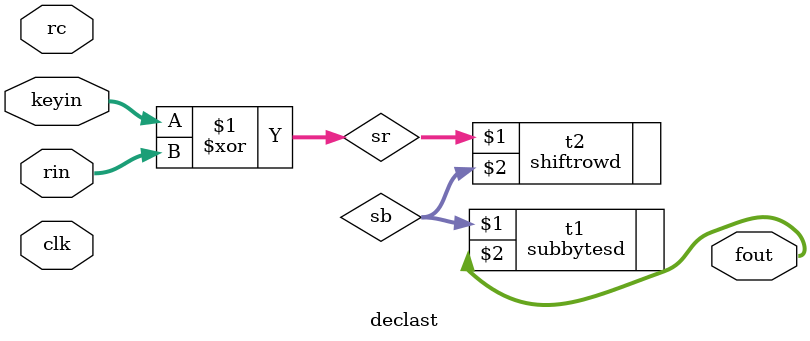
<source format=v>
`timescale 1ns / 1ps

module declast(clk,rc,rin,keyin,fout);
input clk;
input [3:0]rc;
input [127:0]rin;
input [127:0]keyin;
output [127:0]fout;

wire [127:0] sb,sr,mcl;

subbytesd t1(sb,fout);
shiftrowd t2(sr,sb);
assign sr= keyin^rin;

endmodule

</source>
